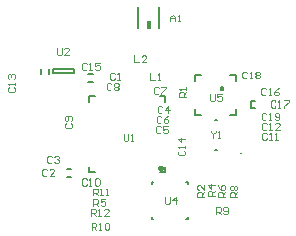
<source format=gto>
%FSTAX23Y23*%
%MOIN*%
%SFA1B1*%

%IPPOS*%
%ADD28C,0.007874*%
%ADD32C,0.009843*%
%ADD33C,0.004921*%
%ADD34R,0.015748X0.027559*%
%LNsmarttokens-1*%
%LPD*%
G54D28*
X11858Y10029D02*
D01*
X11858Y10029*
X11858Y1003*
X11858Y1003*
X11858Y1003*
X11858Y1003*
X11858Y10031*
X11858Y10031*
X11858Y10031*
X11857Y10031*
X11857Y10032*
X11857Y10032*
X11857Y10032*
X11857Y10032*
X11857Y10032*
X11856Y10033*
X11856Y10033*
X11856Y10033*
X11856Y10033*
X11855Y10033*
X11855Y10033*
X11855Y10033*
X11854Y10033*
X11854*
X11854Y10033*
X11854Y10033*
X11853Y10033*
X11853Y10033*
X11853Y10033*
X11853Y10033*
X11852Y10033*
X11852Y10032*
X11852Y10032*
X11852Y10032*
X11851Y10032*
X11851Y10032*
X11851Y10031*
X11851Y10031*
X11851Y10031*
X11851Y10031*
X11851Y1003*
X11851Y1003*
X1185Y1003*
X1185Y1003*
X1185Y10029*
X1185Y10029*
X1185Y10029*
X1185Y10029*
X1185Y10028*
X11851Y10028*
X11851Y10028*
X11851Y10028*
X11851Y10027*
X11851Y10027*
X11851Y10027*
X11851Y10027*
X11851Y10026*
X11852Y10026*
X11852Y10026*
X11852Y10026*
X11852Y10026*
X11853Y10026*
X11853Y10025*
X11853Y10025*
X11853Y10025*
X11854Y10025*
X11854Y10025*
X11854Y10025*
X11854*
X11855Y10025*
X11855Y10025*
X11855Y10025*
X11856Y10025*
X11856Y10025*
X11856Y10026*
X11856Y10026*
X11857Y10026*
X11857Y10026*
X11857Y10026*
X11857Y10026*
X11857Y10027*
X11857Y10027*
X11858Y10027*
X11858Y10027*
X11858Y10028*
X11858Y10028*
X11858Y10028*
X11858Y10028*
X11858Y10029*
X11858Y10029*
X11858Y10029*
X11917Y09815D02*
D01*
Y09815*
Y09815*
X11917Y09815*
Y09815*
X11917Y09815*
X11917Y09815*
X11917Y09815*
X11917Y09815*
X11917Y09815*
X11917Y09815*
X11917Y09815*
X11917Y09815*
X11917Y09815*
X11917Y09815*
X11917Y09815*
X11917Y09815*
X11917Y09815*
X11917Y09815*
X11917*
X11917Y09815*
X11917*
X11917Y09815*
X11917*
X11917Y09815*
X11917*
X11917Y09815*
X11917*
X11917Y09815*
X11917Y09815*
X11917Y09815*
X11917Y09815*
X11917Y09815*
X11917Y09815*
X11917Y09815*
X11917Y09815*
X11917Y09815*
X11917Y09815*
X11917Y09815*
X11917Y09815*
X11917Y09815*
X11917Y09815*
X11917Y09815*
Y09815*
Y09815*
X11917Y09815*
X11917Y09815*
Y09815*
Y09815*
X11917Y09815*
X11917Y09815*
X11917Y09815*
X11917Y09815*
X11917Y09815*
X11917Y09815*
X11917Y09815*
X11917Y09815*
X11917Y09815*
X11917Y09815*
X11917Y09815*
X11917Y09815*
X11917Y09815*
X11917Y09815*
X11917Y09815*
X11917Y09815*
X11917Y09815*
X11917*
X11917*
X11917*
X11917*
X11917*
X11917Y09815*
X11917Y09815*
X11917Y09815*
X11917Y09815*
X11917Y09815*
X11917Y09815*
X11917Y09815*
X11917Y09815*
X11917Y09815*
X11917Y09815*
X11917Y09815*
X11917Y09815*
X11917Y09815*
X11917Y09815*
X11917Y09815*
X11917Y09815*
Y09815*
X11917Y09815*
Y09815*
Y09815*
X11646Y1023D02*
Y10301D01*
X11575Y1023D02*
Y10301D01*
X1125Y10079D02*
Y10095D01*
X11278Y10079D02*
Y10095D01*
X11409Y10077D02*
X11425D01*
X11409Y1005D02*
X11425D01*
X1195Y09963D02*
X11966D01*
X1195D02*
Y09989D01*
X11966*
X11338Y09734D02*
X11353D01*
X11338Y09761D02*
X11353D01*
X11664Y09751D02*
Y09768D01*
X11647Y09751D02*
X11664D01*
X11412D02*
X1143D01*
X11412D02*
Y09768D01*
Y09985D02*
Y10003D01*
X1143*
X11664Y09985D02*
Y10003D01*
X11647D02*
X11664D01*
X11293Y10093D02*
X1136D01*
X11293Y10081D02*
X1136D01*
Y10093*
X11293Y10081D02*
Y10093D01*
X11742Y09596D02*
Y09602D01*
X11736Y09596D02*
X11742D01*
X1162D02*
X11626D01*
X1162D02*
Y09602D01*
Y09712D02*
Y09718D01*
X11626*
X11742Y09712D02*
Y09718D01*
X11736D02*
X11742D01*
X119Y09942D02*
Y09961D01*
X1188Y09942D02*
X119D01*
X11766D02*
X11785D01*
X11766D02*
Y09961D01*
Y10056D02*
Y10075D01*
X11785*
X1188D02*
X119D01*
Y10056D02*
Y10075D01*
X11831Y09926D02*
X11839D01*
X11831Y09823D02*
X11839D01*
G54D32*
X11655Y09764D02*
D01*
X11655Y09765*
X11655Y09765*
X11655Y09765*
X11655Y09766*
X11655Y09766*
X11655Y09766*
X11655Y09767*
X11655Y09767*
X11655Y09767*
X11654Y09768*
X11654Y09768*
X11654Y09768*
X11654Y09768*
X11653Y09768*
X11653Y09769*
X11653Y09769*
X11652Y09769*
X11652Y09769*
X11652Y09769*
X11651Y09769*
X11651Y09769*
X11651Y09769*
X1165*
X1165Y09769*
X1165Y09769*
X11649Y09769*
X11649Y09769*
X11649Y09769*
X11648Y09769*
X11648Y09769*
X11648Y09768*
X11648Y09768*
X11647Y09768*
X11647Y09768*
X11647Y09768*
X11647Y09767*
X11646Y09767*
X11646Y09767*
X11646Y09766*
X11646Y09766*
X11646Y09766*
X11646Y09765*
X11646Y09765*
X11646Y09765*
X11646Y09764*
X11646Y09764*
X11646Y09764*
X11646Y09763*
X11646Y09763*
X11646Y09763*
X11646Y09762*
X11646Y09762*
X11646Y09762*
X11647Y09761*
X11647Y09761*
X11647Y09761*
X11647Y09761*
X11648Y09761*
X11648Y0976*
X11648Y0976*
X11648Y0976*
X11649Y0976*
X11649Y0976*
X11649Y0976*
X1165Y0976*
X1165Y09759*
X1165Y09759*
X11651*
X11651Y09759*
X11651Y0976*
X11652Y0976*
X11652Y0976*
X11652Y0976*
X11653Y0976*
X11653Y0976*
X11653Y0976*
X11654Y09761*
X11654Y09761*
X11654Y09761*
X11654Y09761*
X11655Y09761*
X11655Y09762*
X11655Y09762*
X11655Y09762*
X11655Y09763*
X11655Y09763*
X11655Y09763*
X11655Y09764*
X11655Y09764*
X11655Y09764*
G54D33*
X11305Y10165D02*
Y10145D01*
X11309Y10141*
X11317*
X11321Y10145*
Y10165*
X11344Y10141D02*
X11329D01*
X11344Y10157*
Y10161*
X11341Y10165*
X11333*
X11329Y10161*
X11405Y10111D02*
X11401Y10115D01*
X11393*
X11389Y10111*
Y10095*
X11393Y10091*
X11401*
X11405Y10095*
X11412Y10091D02*
X1142D01*
X11416*
Y10115*
X11412Y10111*
X11448Y10115D02*
X11432D01*
Y10103*
X1144Y10107*
X11444*
X11448Y10103*
Y10095*
X11444Y10091*
X11436*
X11432Y10095*
X11145Y10033D02*
X11141Y10029D01*
Y10021*
X11145Y10018*
X1116*
X11164Y10021*
Y10029*
X1116Y10033*
X11164Y10041D02*
Y10049D01*
Y10045*
X11141*
X11145Y10041*
Y10061D02*
X11141Y10065D01*
Y10073*
X11145Y10077*
X11149*
X11153Y10073*
Y10069*
Y10073*
X11156Y10077*
X1116*
X11164Y10073*
Y10065*
X1116Y10061*
X11818Y09889D02*
Y09885D01*
X11826Y09878*
X11834Y09885*
Y09889*
X11826Y09878D02*
Y09866D01*
X11842D02*
X11849D01*
X11845*
Y09889*
X11842Y09885*
X11527Y09878D02*
Y09858D01*
X1153Y09854*
X11538*
X11542Y09858*
Y09878*
X1155Y09854D02*
X11558D01*
X11554*
Y09878*
X1155Y09874*
X12004Y09911D02*
X12Y09915D01*
X11992*
X11988Y09911*
Y09895*
X11992Y09891*
X12*
X12004Y09895*
X12012Y09891D02*
X1202D01*
X12016*
Y09915*
X12012Y09911*
X12047Y09891D02*
X12031D01*
X12047Y09907*
Y09911*
X12043Y09915*
X12035*
X12031Y09911*
X11653Y09935D02*
X11649Y09939D01*
X11641*
X11637Y09935*
Y09919*
X11641Y09915*
X11649*
X11653Y09919*
X11676Y09939D02*
X11668Y09935D01*
X1166Y09927*
Y09919*
X11664Y09915*
X11672*
X11676Y09919*
Y09923*
X11672Y09927*
X1166*
X11815Y10011D02*
Y09992D01*
X11819Y09988*
X11827*
X11831Y09992*
Y10011*
X11854D02*
X11839D01*
Y1*
X11846Y10004*
X1185*
X11854Y1*
Y09992*
X1185Y09988*
X11842*
X11839Y09992*
X11425Y09673D02*
Y09696D01*
X11437*
X11441Y09693*
Y09685*
X11437Y09681*
X11425*
X11433D02*
X11441Y09673D01*
X11449D02*
X11457D01*
X11453*
Y09696*
X11449Y09693*
X11468Y09673D02*
X11476D01*
X11472*
Y09696*
X11468Y09693*
X11563Y1014D02*
Y10117D01*
X11579*
X11602D02*
X11587D01*
X11602Y10132*
Y10136*
X11598Y1014*
X11591*
X11587Y10136*
X11616Y1008D02*
Y10057D01*
X11632*
X1164D02*
X11648D01*
X11644*
Y1008*
X1164Y10076*
X12003Y09944D02*
X11999Y09947D01*
X11991*
X11987Y09944*
Y09928*
X11991Y09924*
X11999*
X12003Y09928*
X12011Y09924D02*
X12019D01*
X12015*
Y09947*
X12011Y09944*
X1203Y09928D02*
X12034Y09924D01*
X12042*
X12046Y09928*
Y09944*
X12042Y09947*
X12034*
X1203Y09944*
Y0994*
X12034Y09936*
X12046*
X11939Y10082D02*
X11935Y10086D01*
X11927*
X11923Y10082*
Y10067*
X11927Y10063*
X11935*
X11939Y10067*
X11947Y10063D02*
X11955D01*
X11951*
Y10086*
X11947Y10082*
X11966D02*
X1197Y10086D01*
X11978*
X11982Y10082*
Y10078*
X11978Y10074*
X11982Y1007*
Y10067*
X11978Y10063*
X1197*
X11966Y10067*
Y1007*
X1197Y10074*
X11966Y10078*
Y10082*
X1197Y10074D02*
X11978D01*
X12033Y09986D02*
X1203Y0999D01*
X12022*
X12018Y09986*
Y0997*
X12022Y09966*
X1203*
X12033Y0997*
X12041Y09966D02*
X12049D01*
X12045*
Y0999*
X12041Y09986*
X12061Y0999D02*
X12077D01*
Y09986*
X12061Y0997*
Y09966*
X12002Y10027D02*
X11998Y10031D01*
X1199*
X11986Y10027*
Y10011*
X1199Y10007*
X11998*
X12002Y10011*
X1201Y10007D02*
X12018D01*
X12014*
Y10031*
X1201Y10027*
X12045Y10031D02*
X12037Y10027D01*
X12029Y10019*
Y10011*
X12033Y10007*
X12041*
X12045Y10011*
Y10015*
X12041Y10019*
X12029*
X11404Y09726D02*
X114Y0973D01*
X11392*
X11388Y09726*
Y0971*
X11392Y09706*
X114*
X11404Y0971*
X11411Y09706D02*
X11419D01*
X11415*
Y0973*
X11411Y09726*
X11431D02*
X11435Y0973D01*
X11443*
X11447Y09726*
Y0971*
X11443Y09706*
X11435*
X11431Y0971*
Y09726*
X11335Y09913D02*
X11331Y09909D01*
Y09901*
X11335Y09897*
X1135*
X11354Y09901*
Y09909*
X1135Y09913*
Y09921D02*
X11354Y09925D01*
Y09933*
X1135Y09937*
X11335*
X11331Y09933*
Y09925*
X11335Y09921*
X11339*
X11342Y09925*
Y09937*
X11486Y10043D02*
X11482Y10047D01*
X11474*
X1147Y10043*
Y10027*
X11474Y10023*
X11482*
X11486Y10027*
X11494Y10043D02*
X11498Y10047D01*
X11506*
X1151Y10043*
Y10039*
X11506Y10035*
X1151Y10031*
Y10027*
X11506Y10023*
X11498*
X11494Y10027*
Y10031*
X11498Y10035*
X11494Y10039*
Y10043*
X11498Y10035D02*
X11506D01*
X11644Y10032D02*
X1164Y10036D01*
X11632*
X11628Y10032*
Y10016*
X11632Y10012*
X1164*
X11644Y10016*
X11652Y10036D02*
X11667D01*
Y10032*
X11652Y10016*
Y10012*
X11288Y09801D02*
X11284Y09805D01*
X11277*
X11273Y09801*
Y09785*
X11277Y09781*
X11284*
X11288Y09785*
X11296Y09801D02*
X113Y09805D01*
X11308*
X11312Y09801*
Y09797*
X11308Y09793*
X11304*
X11308*
X11312Y09789*
Y09785*
X11308Y09781*
X113*
X11296Y09785*
X11272Y09757D02*
X11268Y0976D01*
X1126*
X11256Y09757*
Y09741*
X1126Y09737*
X11268*
X11272Y09741*
X11295Y09737D02*
X1128D01*
X11295Y09753*
Y09757*
X11291Y0976*
X11283*
X1128Y09757*
X11498Y10078D02*
X11494Y10082D01*
X11486*
X11482Y10078*
Y10063*
X11486Y10059*
X11494*
X11498Y10063*
X11506Y10059D02*
X11514D01*
X1151*
Y10082*
X11506Y10078*
X11712Y09822D02*
X11708Y09819D01*
Y09811*
X11712Y09807*
X11727*
X11731Y09811*
Y09819*
X11727Y09822*
X11731Y0983D02*
Y09838D01*
Y09834*
X11708*
X11712Y0983*
X11731Y09862D02*
X11708D01*
X11719Y0985*
Y09866*
X11796Y09668D02*
X11773D01*
Y0968*
X11777Y09684*
X11784*
X11788Y0968*
Y09668*
Y09676D02*
X11796Y09684D01*
Y09707D02*
Y09692D01*
X1178Y09707*
X11777*
X11773Y09703*
Y09695*
X11777Y09692*
X11831Y09672D02*
X11807D01*
Y09684*
X11811Y09688*
X11819*
X11823Y09684*
Y09672*
Y0968D02*
X11831Y09688D01*
Y09707D02*
X11807D01*
X11819Y09695*
Y09711*
X11905Y09667D02*
X11882D01*
Y09679*
X11886Y09683*
X11894*
X11898Y09679*
Y09667*
Y09675D02*
X11905Y09683D01*
X11886Y09691D02*
X11882Y09695D01*
Y09702*
X11886Y09706*
X1189*
X11894Y09702*
X11898Y09706*
X11902*
X11905Y09702*
Y09695*
X11902Y09691*
X11898*
X11894Y09695*
X1189Y09691*
X11886*
X11894Y09695D02*
Y09702D01*
X11836Y0961D02*
Y09633D01*
X11847*
X11851Y0963*
Y09622*
X11847Y09618*
X11836*
X11843D02*
X11851Y0961D01*
X11859Y09614D02*
X11863Y0961D01*
X11871*
X11875Y09614*
Y0963*
X11871Y09633*
X11863*
X11859Y0963*
Y09626*
X11863Y09622*
X11875*
X1142Y09559D02*
Y09582D01*
X11432*
X11436Y09578*
Y0957*
X11432Y09567*
X1142*
X11428D02*
X11436Y09559D01*
X11444D02*
X11452D01*
X11448*
Y09582*
X11444Y09578*
X11464D02*
X11467Y09582D01*
X11475*
X11479Y09578*
Y09563*
X11475Y09559*
X11467*
X11464Y09563*
Y09578*
X11865Y09668D02*
X11842D01*
Y0968*
X11845Y09684*
X11853*
X11857Y0968*
Y09668*
Y09676D02*
X11865Y09684D01*
X11842Y09707D02*
X11845Y09699D01*
X11853Y09692*
X11861*
X11865Y09695*
Y09703*
X11861Y09707*
X11857*
X11853Y09703*
Y09692*
X11664Y09669D02*
Y09649D01*
X11668Y09645*
X11676*
X1168Y09649*
Y09669*
X117Y09645D02*
Y09669D01*
X11688Y09657*
X11704*
X12005Y09879D02*
X12001Y09882D01*
X11993*
X11989Y09879*
Y09863*
X11993Y09859*
X12001*
X12005Y09863*
X12013Y09859D02*
X12021D01*
X12017*
Y09882*
X12013Y09879*
X12032Y09859D02*
X1204D01*
X12036*
Y09882*
X12032Y09879*
X11656Y09967D02*
X11653Y09971D01*
X11645*
X11641Y09967*
Y09951*
X11645Y09947*
X11653*
X11656Y09951*
X11676Y09947D02*
Y09971D01*
X11664Y09959*
X1168*
X11736Y10002D02*
X11713D01*
Y10013*
X11717Y10017*
X11724*
X11728Y10013*
Y10002*
Y10009D02*
X11736Y10017D01*
Y10025D02*
Y10033D01*
Y10029*
X11713*
X11717Y10025*
X11418Y09605D02*
Y09629D01*
X1143*
X11434Y09625*
Y09617*
X1143Y09613*
X11418*
X11426D02*
X11434Y09605D01*
X11442D02*
X1145D01*
X11446*
Y09629*
X11442Y09625*
X11477Y09605D02*
X11462D01*
X11477Y09621*
Y09625*
X11473Y09629*
X11465*
X11462Y09625*
X11426Y09638D02*
Y09662D01*
X11438*
X11442Y09658*
Y0965*
X11438Y09646*
X11426*
X11434D02*
X11442Y09638D01*
X11465Y09662D02*
X1145D01*
Y0965*
X11458Y09654*
X11462*
X11465Y0965*
Y09642*
X11462Y09638*
X11454*
X1145Y09642*
X11683Y10253D02*
Y10268D01*
X11691Y10276*
X11699Y10268*
Y10253*
Y10264*
X11683*
X11707Y10253D02*
X11715D01*
X11711*
Y10276*
X11707Y10272*
X11651Y099D02*
X11647Y09904D01*
X11639*
X11635Y099*
Y09884*
X11639Y09881*
X11647*
X11651Y09884*
X11674Y09904D02*
X11658D01*
Y09892*
X11666Y09896*
X1167*
X11674Y09892*
Y09884*
X1167Y09881*
X11662*
X11658Y09884*
G54D34*
X1161Y1024D03*
M02*
</source>
